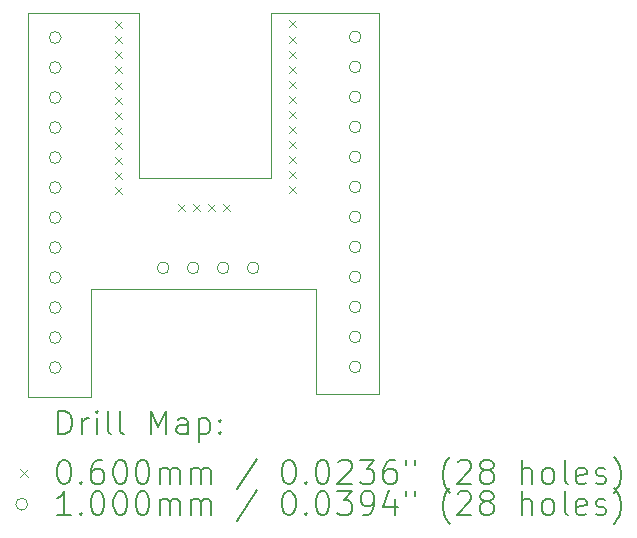
<source format=gbr>
%TF.GenerationSoftware,KiCad,Pcbnew,7.0.10*%
%TF.CreationDate,2024-05-25T00:15:14+05:30*%
%TF.ProjectId,bb-adaptor-V1,62622d61-6461-4707-946f-722d56312e6b,rev?*%
%TF.SameCoordinates,Original*%
%TF.FileFunction,Drillmap*%
%TF.FilePolarity,Positive*%
%FSLAX45Y45*%
G04 Gerber Fmt 4.5, Leading zero omitted, Abs format (unit mm)*
G04 Created by KiCad (PCBNEW 7.0.10) date 2024-05-25 00:15:14*
%MOMM*%
%LPD*%
G01*
G04 APERTURE LIST*
%ADD10C,0.100000*%
%ADD11C,0.200000*%
G04 APERTURE END LIST*
D10*
X14071600Y-10541000D02*
X14071600Y-7289800D01*
X14605000Y-10541000D02*
X14071600Y-10541000D01*
X17043400Y-7289800D02*
X17043400Y-10515600D01*
X16510000Y-9626600D02*
X14605000Y-9626600D01*
X15011400Y-8686800D02*
X16129000Y-8686800D01*
X14605000Y-9626600D02*
X14605000Y-10541000D01*
X16510000Y-10515600D02*
X16510000Y-9626600D01*
X17043400Y-10515600D02*
X16510000Y-10515600D01*
X16129000Y-8686800D02*
X16129000Y-7289800D01*
X16129000Y-7289800D02*
X17043400Y-7289800D01*
X14071600Y-7289800D02*
X15011400Y-7289800D01*
X15011400Y-7289800D02*
X15011400Y-8686800D01*
D11*
D10*
X14803600Y-7873400D02*
X14863600Y-7933400D01*
X14863600Y-7873400D02*
X14803600Y-7933400D01*
X14803600Y-8000400D02*
X14863600Y-8060400D01*
X14863600Y-8000400D02*
X14803600Y-8060400D01*
X14803600Y-8127400D02*
X14863600Y-8187400D01*
X14863600Y-8127400D02*
X14803600Y-8187400D01*
X14803600Y-8254400D02*
X14863600Y-8314400D01*
X14863600Y-8254400D02*
X14803600Y-8314400D01*
X14803600Y-8381400D02*
X14863600Y-8441400D01*
X14863600Y-8381400D02*
X14803600Y-8441400D01*
X14803600Y-8508400D02*
X14863600Y-8568400D01*
X14863600Y-8508400D02*
X14803600Y-8568400D01*
X14803600Y-8635400D02*
X14863600Y-8695400D01*
X14863600Y-8635400D02*
X14803600Y-8695400D01*
X14803600Y-8762400D02*
X14863600Y-8822400D01*
X14863600Y-8762400D02*
X14803600Y-8822400D01*
X14804600Y-7357400D02*
X14864600Y-7417400D01*
X14864600Y-7357400D02*
X14804600Y-7417400D01*
X14806600Y-7488400D02*
X14866600Y-7548400D01*
X14866600Y-7488400D02*
X14806600Y-7548400D01*
X14806600Y-7615400D02*
X14866600Y-7675400D01*
X14866600Y-7615400D02*
X14806600Y-7675400D01*
X14806600Y-7742400D02*
X14866600Y-7802400D01*
X14866600Y-7742400D02*
X14806600Y-7802400D01*
X15337000Y-8910800D02*
X15397000Y-8970800D01*
X15397000Y-8910800D02*
X15337000Y-8970800D01*
X15464000Y-8910800D02*
X15524000Y-8970800D01*
X15524000Y-8910800D02*
X15464000Y-8970800D01*
X15591000Y-8910800D02*
X15651000Y-8970800D01*
X15651000Y-8910800D02*
X15591000Y-8970800D01*
X15718000Y-8910800D02*
X15778000Y-8970800D01*
X15778000Y-8910800D02*
X15718000Y-8970800D01*
X16276800Y-7869400D02*
X16336800Y-7929400D01*
X16336800Y-7869400D02*
X16276800Y-7929400D01*
X16276800Y-7996400D02*
X16336800Y-8056400D01*
X16336800Y-7996400D02*
X16276800Y-8056400D01*
X16276800Y-8123400D02*
X16336800Y-8183400D01*
X16336800Y-8123400D02*
X16276800Y-8183400D01*
X16276800Y-8250400D02*
X16336800Y-8310400D01*
X16336800Y-8250400D02*
X16276800Y-8310400D01*
X16276800Y-8377400D02*
X16336800Y-8437400D01*
X16336800Y-8377400D02*
X16276800Y-8437400D01*
X16276800Y-8504400D02*
X16336800Y-8564400D01*
X16336800Y-8504400D02*
X16276800Y-8564400D01*
X16276800Y-8631400D02*
X16336800Y-8691400D01*
X16336800Y-8631400D02*
X16276800Y-8691400D01*
X16276800Y-8758400D02*
X16336800Y-8818400D01*
X16336800Y-8758400D02*
X16276800Y-8818400D01*
X16277800Y-7353400D02*
X16337800Y-7413400D01*
X16337800Y-7353400D02*
X16277800Y-7413400D01*
X16279800Y-7484400D02*
X16339800Y-7544400D01*
X16339800Y-7484400D02*
X16279800Y-7544400D01*
X16279800Y-7611400D02*
X16339800Y-7671400D01*
X16339800Y-7611400D02*
X16279800Y-7671400D01*
X16279800Y-7738400D02*
X16339800Y-7798400D01*
X16339800Y-7738400D02*
X16279800Y-7798400D01*
X14350200Y-7499000D02*
G75*
G03*
X14250200Y-7499000I-50000J0D01*
G01*
X14250200Y-7499000D02*
G75*
G03*
X14350200Y-7499000I50000J0D01*
G01*
X14350200Y-7753000D02*
G75*
G03*
X14250200Y-7753000I-50000J0D01*
G01*
X14250200Y-7753000D02*
G75*
G03*
X14350200Y-7753000I50000J0D01*
G01*
X14350200Y-8007000D02*
G75*
G03*
X14250200Y-8007000I-50000J0D01*
G01*
X14250200Y-8007000D02*
G75*
G03*
X14350200Y-8007000I50000J0D01*
G01*
X14350200Y-8261000D02*
G75*
G03*
X14250200Y-8261000I-50000J0D01*
G01*
X14250200Y-8261000D02*
G75*
G03*
X14350200Y-8261000I50000J0D01*
G01*
X14350200Y-8515000D02*
G75*
G03*
X14250200Y-8515000I-50000J0D01*
G01*
X14250200Y-8515000D02*
G75*
G03*
X14350200Y-8515000I50000J0D01*
G01*
X14350200Y-8769000D02*
G75*
G03*
X14250200Y-8769000I-50000J0D01*
G01*
X14250200Y-8769000D02*
G75*
G03*
X14350200Y-8769000I50000J0D01*
G01*
X14350200Y-9023000D02*
G75*
G03*
X14250200Y-9023000I-50000J0D01*
G01*
X14250200Y-9023000D02*
G75*
G03*
X14350200Y-9023000I50000J0D01*
G01*
X14350200Y-9277000D02*
G75*
G03*
X14250200Y-9277000I-50000J0D01*
G01*
X14250200Y-9277000D02*
G75*
G03*
X14350200Y-9277000I50000J0D01*
G01*
X14350200Y-9531000D02*
G75*
G03*
X14250200Y-9531000I-50000J0D01*
G01*
X14250200Y-9531000D02*
G75*
G03*
X14350200Y-9531000I50000J0D01*
G01*
X14350200Y-9785000D02*
G75*
G03*
X14250200Y-9785000I-50000J0D01*
G01*
X14250200Y-9785000D02*
G75*
G03*
X14350200Y-9785000I50000J0D01*
G01*
X14350200Y-10039000D02*
G75*
G03*
X14250200Y-10039000I-50000J0D01*
G01*
X14250200Y-10039000D02*
G75*
G03*
X14350200Y-10039000I50000J0D01*
G01*
X14350200Y-10293000D02*
G75*
G03*
X14250200Y-10293000I-50000J0D01*
G01*
X14250200Y-10293000D02*
G75*
G03*
X14350200Y-10293000I50000J0D01*
G01*
X15264600Y-9448800D02*
G75*
G03*
X15164600Y-9448800I-50000J0D01*
G01*
X15164600Y-9448800D02*
G75*
G03*
X15264600Y-9448800I50000J0D01*
G01*
X15518600Y-9448800D02*
G75*
G03*
X15418600Y-9448800I-50000J0D01*
G01*
X15418600Y-9448800D02*
G75*
G03*
X15518600Y-9448800I50000J0D01*
G01*
X15772600Y-9448800D02*
G75*
G03*
X15672600Y-9448800I-50000J0D01*
G01*
X15672600Y-9448800D02*
G75*
G03*
X15772600Y-9448800I50000J0D01*
G01*
X16026600Y-9448800D02*
G75*
G03*
X15926600Y-9448800I-50000J0D01*
G01*
X15926600Y-9448800D02*
G75*
G03*
X16026600Y-9448800I50000J0D01*
G01*
X16890200Y-7493000D02*
G75*
G03*
X16790200Y-7493000I-50000J0D01*
G01*
X16790200Y-7493000D02*
G75*
G03*
X16890200Y-7493000I50000J0D01*
G01*
X16890200Y-7747000D02*
G75*
G03*
X16790200Y-7747000I-50000J0D01*
G01*
X16790200Y-7747000D02*
G75*
G03*
X16890200Y-7747000I50000J0D01*
G01*
X16890200Y-8001000D02*
G75*
G03*
X16790200Y-8001000I-50000J0D01*
G01*
X16790200Y-8001000D02*
G75*
G03*
X16890200Y-8001000I50000J0D01*
G01*
X16890200Y-8255000D02*
G75*
G03*
X16790200Y-8255000I-50000J0D01*
G01*
X16790200Y-8255000D02*
G75*
G03*
X16890200Y-8255000I50000J0D01*
G01*
X16890200Y-8509000D02*
G75*
G03*
X16790200Y-8509000I-50000J0D01*
G01*
X16790200Y-8509000D02*
G75*
G03*
X16890200Y-8509000I50000J0D01*
G01*
X16890200Y-8763000D02*
G75*
G03*
X16790200Y-8763000I-50000J0D01*
G01*
X16790200Y-8763000D02*
G75*
G03*
X16890200Y-8763000I50000J0D01*
G01*
X16890200Y-9017000D02*
G75*
G03*
X16790200Y-9017000I-50000J0D01*
G01*
X16790200Y-9017000D02*
G75*
G03*
X16890200Y-9017000I50000J0D01*
G01*
X16890200Y-9271000D02*
G75*
G03*
X16790200Y-9271000I-50000J0D01*
G01*
X16790200Y-9271000D02*
G75*
G03*
X16890200Y-9271000I50000J0D01*
G01*
X16890200Y-9525000D02*
G75*
G03*
X16790200Y-9525000I-50000J0D01*
G01*
X16790200Y-9525000D02*
G75*
G03*
X16890200Y-9525000I50000J0D01*
G01*
X16890200Y-9779000D02*
G75*
G03*
X16790200Y-9779000I-50000J0D01*
G01*
X16790200Y-9779000D02*
G75*
G03*
X16890200Y-9779000I50000J0D01*
G01*
X16890200Y-10033000D02*
G75*
G03*
X16790200Y-10033000I-50000J0D01*
G01*
X16790200Y-10033000D02*
G75*
G03*
X16890200Y-10033000I50000J0D01*
G01*
X16890200Y-10287000D02*
G75*
G03*
X16790200Y-10287000I-50000J0D01*
G01*
X16790200Y-10287000D02*
G75*
G03*
X16890200Y-10287000I50000J0D01*
G01*
D11*
X14327377Y-10857484D02*
X14327377Y-10657484D01*
X14327377Y-10657484D02*
X14374996Y-10657484D01*
X14374996Y-10657484D02*
X14403567Y-10667008D01*
X14403567Y-10667008D02*
X14422615Y-10686055D01*
X14422615Y-10686055D02*
X14432139Y-10705103D01*
X14432139Y-10705103D02*
X14441662Y-10743198D01*
X14441662Y-10743198D02*
X14441662Y-10771770D01*
X14441662Y-10771770D02*
X14432139Y-10809865D01*
X14432139Y-10809865D02*
X14422615Y-10828912D01*
X14422615Y-10828912D02*
X14403567Y-10847960D01*
X14403567Y-10847960D02*
X14374996Y-10857484D01*
X14374996Y-10857484D02*
X14327377Y-10857484D01*
X14527377Y-10857484D02*
X14527377Y-10724150D01*
X14527377Y-10762246D02*
X14536901Y-10743198D01*
X14536901Y-10743198D02*
X14546424Y-10733674D01*
X14546424Y-10733674D02*
X14565472Y-10724150D01*
X14565472Y-10724150D02*
X14584520Y-10724150D01*
X14651186Y-10857484D02*
X14651186Y-10724150D01*
X14651186Y-10657484D02*
X14641662Y-10667008D01*
X14641662Y-10667008D02*
X14651186Y-10676531D01*
X14651186Y-10676531D02*
X14660710Y-10667008D01*
X14660710Y-10667008D02*
X14651186Y-10657484D01*
X14651186Y-10657484D02*
X14651186Y-10676531D01*
X14774996Y-10857484D02*
X14755948Y-10847960D01*
X14755948Y-10847960D02*
X14746424Y-10828912D01*
X14746424Y-10828912D02*
X14746424Y-10657484D01*
X14879758Y-10857484D02*
X14860710Y-10847960D01*
X14860710Y-10847960D02*
X14851186Y-10828912D01*
X14851186Y-10828912D02*
X14851186Y-10657484D01*
X15108329Y-10857484D02*
X15108329Y-10657484D01*
X15108329Y-10657484D02*
X15174996Y-10800341D01*
X15174996Y-10800341D02*
X15241662Y-10657484D01*
X15241662Y-10657484D02*
X15241662Y-10857484D01*
X15422615Y-10857484D02*
X15422615Y-10752722D01*
X15422615Y-10752722D02*
X15413091Y-10733674D01*
X15413091Y-10733674D02*
X15394043Y-10724150D01*
X15394043Y-10724150D02*
X15355948Y-10724150D01*
X15355948Y-10724150D02*
X15336901Y-10733674D01*
X15422615Y-10847960D02*
X15403567Y-10857484D01*
X15403567Y-10857484D02*
X15355948Y-10857484D01*
X15355948Y-10857484D02*
X15336901Y-10847960D01*
X15336901Y-10847960D02*
X15327377Y-10828912D01*
X15327377Y-10828912D02*
X15327377Y-10809865D01*
X15327377Y-10809865D02*
X15336901Y-10790817D01*
X15336901Y-10790817D02*
X15355948Y-10781293D01*
X15355948Y-10781293D02*
X15403567Y-10781293D01*
X15403567Y-10781293D02*
X15422615Y-10771770D01*
X15517853Y-10724150D02*
X15517853Y-10924150D01*
X15517853Y-10733674D02*
X15536901Y-10724150D01*
X15536901Y-10724150D02*
X15574996Y-10724150D01*
X15574996Y-10724150D02*
X15594043Y-10733674D01*
X15594043Y-10733674D02*
X15603567Y-10743198D01*
X15603567Y-10743198D02*
X15613091Y-10762246D01*
X15613091Y-10762246D02*
X15613091Y-10819389D01*
X15613091Y-10819389D02*
X15603567Y-10838436D01*
X15603567Y-10838436D02*
X15594043Y-10847960D01*
X15594043Y-10847960D02*
X15574996Y-10857484D01*
X15574996Y-10857484D02*
X15536901Y-10857484D01*
X15536901Y-10857484D02*
X15517853Y-10847960D01*
X15698805Y-10838436D02*
X15708329Y-10847960D01*
X15708329Y-10847960D02*
X15698805Y-10857484D01*
X15698805Y-10857484D02*
X15689282Y-10847960D01*
X15689282Y-10847960D02*
X15698805Y-10838436D01*
X15698805Y-10838436D02*
X15698805Y-10857484D01*
X15698805Y-10733674D02*
X15708329Y-10743198D01*
X15708329Y-10743198D02*
X15698805Y-10752722D01*
X15698805Y-10752722D02*
X15689282Y-10743198D01*
X15689282Y-10743198D02*
X15698805Y-10733674D01*
X15698805Y-10733674D02*
X15698805Y-10752722D01*
D10*
X14006600Y-11156000D02*
X14066600Y-11216000D01*
X14066600Y-11156000D02*
X14006600Y-11216000D01*
D11*
X14365472Y-11077484D02*
X14384520Y-11077484D01*
X14384520Y-11077484D02*
X14403567Y-11087008D01*
X14403567Y-11087008D02*
X14413091Y-11096531D01*
X14413091Y-11096531D02*
X14422615Y-11115579D01*
X14422615Y-11115579D02*
X14432139Y-11153674D01*
X14432139Y-11153674D02*
X14432139Y-11201293D01*
X14432139Y-11201293D02*
X14422615Y-11239388D01*
X14422615Y-11239388D02*
X14413091Y-11258436D01*
X14413091Y-11258436D02*
X14403567Y-11267960D01*
X14403567Y-11267960D02*
X14384520Y-11277484D01*
X14384520Y-11277484D02*
X14365472Y-11277484D01*
X14365472Y-11277484D02*
X14346424Y-11267960D01*
X14346424Y-11267960D02*
X14336901Y-11258436D01*
X14336901Y-11258436D02*
X14327377Y-11239388D01*
X14327377Y-11239388D02*
X14317853Y-11201293D01*
X14317853Y-11201293D02*
X14317853Y-11153674D01*
X14317853Y-11153674D02*
X14327377Y-11115579D01*
X14327377Y-11115579D02*
X14336901Y-11096531D01*
X14336901Y-11096531D02*
X14346424Y-11087008D01*
X14346424Y-11087008D02*
X14365472Y-11077484D01*
X14517853Y-11258436D02*
X14527377Y-11267960D01*
X14527377Y-11267960D02*
X14517853Y-11277484D01*
X14517853Y-11277484D02*
X14508329Y-11267960D01*
X14508329Y-11267960D02*
X14517853Y-11258436D01*
X14517853Y-11258436D02*
X14517853Y-11277484D01*
X14698805Y-11077484D02*
X14660710Y-11077484D01*
X14660710Y-11077484D02*
X14641662Y-11087008D01*
X14641662Y-11087008D02*
X14632139Y-11096531D01*
X14632139Y-11096531D02*
X14613091Y-11125103D01*
X14613091Y-11125103D02*
X14603567Y-11163198D01*
X14603567Y-11163198D02*
X14603567Y-11239388D01*
X14603567Y-11239388D02*
X14613091Y-11258436D01*
X14613091Y-11258436D02*
X14622615Y-11267960D01*
X14622615Y-11267960D02*
X14641662Y-11277484D01*
X14641662Y-11277484D02*
X14679758Y-11277484D01*
X14679758Y-11277484D02*
X14698805Y-11267960D01*
X14698805Y-11267960D02*
X14708329Y-11258436D01*
X14708329Y-11258436D02*
X14717853Y-11239388D01*
X14717853Y-11239388D02*
X14717853Y-11191769D01*
X14717853Y-11191769D02*
X14708329Y-11172722D01*
X14708329Y-11172722D02*
X14698805Y-11163198D01*
X14698805Y-11163198D02*
X14679758Y-11153674D01*
X14679758Y-11153674D02*
X14641662Y-11153674D01*
X14641662Y-11153674D02*
X14622615Y-11163198D01*
X14622615Y-11163198D02*
X14613091Y-11172722D01*
X14613091Y-11172722D02*
X14603567Y-11191769D01*
X14841662Y-11077484D02*
X14860710Y-11077484D01*
X14860710Y-11077484D02*
X14879758Y-11087008D01*
X14879758Y-11087008D02*
X14889282Y-11096531D01*
X14889282Y-11096531D02*
X14898805Y-11115579D01*
X14898805Y-11115579D02*
X14908329Y-11153674D01*
X14908329Y-11153674D02*
X14908329Y-11201293D01*
X14908329Y-11201293D02*
X14898805Y-11239388D01*
X14898805Y-11239388D02*
X14889282Y-11258436D01*
X14889282Y-11258436D02*
X14879758Y-11267960D01*
X14879758Y-11267960D02*
X14860710Y-11277484D01*
X14860710Y-11277484D02*
X14841662Y-11277484D01*
X14841662Y-11277484D02*
X14822615Y-11267960D01*
X14822615Y-11267960D02*
X14813091Y-11258436D01*
X14813091Y-11258436D02*
X14803567Y-11239388D01*
X14803567Y-11239388D02*
X14794043Y-11201293D01*
X14794043Y-11201293D02*
X14794043Y-11153674D01*
X14794043Y-11153674D02*
X14803567Y-11115579D01*
X14803567Y-11115579D02*
X14813091Y-11096531D01*
X14813091Y-11096531D02*
X14822615Y-11087008D01*
X14822615Y-11087008D02*
X14841662Y-11077484D01*
X15032139Y-11077484D02*
X15051186Y-11077484D01*
X15051186Y-11077484D02*
X15070234Y-11087008D01*
X15070234Y-11087008D02*
X15079758Y-11096531D01*
X15079758Y-11096531D02*
X15089282Y-11115579D01*
X15089282Y-11115579D02*
X15098805Y-11153674D01*
X15098805Y-11153674D02*
X15098805Y-11201293D01*
X15098805Y-11201293D02*
X15089282Y-11239388D01*
X15089282Y-11239388D02*
X15079758Y-11258436D01*
X15079758Y-11258436D02*
X15070234Y-11267960D01*
X15070234Y-11267960D02*
X15051186Y-11277484D01*
X15051186Y-11277484D02*
X15032139Y-11277484D01*
X15032139Y-11277484D02*
X15013091Y-11267960D01*
X15013091Y-11267960D02*
X15003567Y-11258436D01*
X15003567Y-11258436D02*
X14994043Y-11239388D01*
X14994043Y-11239388D02*
X14984520Y-11201293D01*
X14984520Y-11201293D02*
X14984520Y-11153674D01*
X14984520Y-11153674D02*
X14994043Y-11115579D01*
X14994043Y-11115579D02*
X15003567Y-11096531D01*
X15003567Y-11096531D02*
X15013091Y-11087008D01*
X15013091Y-11087008D02*
X15032139Y-11077484D01*
X15184520Y-11277484D02*
X15184520Y-11144150D01*
X15184520Y-11163198D02*
X15194043Y-11153674D01*
X15194043Y-11153674D02*
X15213091Y-11144150D01*
X15213091Y-11144150D02*
X15241663Y-11144150D01*
X15241663Y-11144150D02*
X15260710Y-11153674D01*
X15260710Y-11153674D02*
X15270234Y-11172722D01*
X15270234Y-11172722D02*
X15270234Y-11277484D01*
X15270234Y-11172722D02*
X15279758Y-11153674D01*
X15279758Y-11153674D02*
X15298805Y-11144150D01*
X15298805Y-11144150D02*
X15327377Y-11144150D01*
X15327377Y-11144150D02*
X15346424Y-11153674D01*
X15346424Y-11153674D02*
X15355948Y-11172722D01*
X15355948Y-11172722D02*
X15355948Y-11277484D01*
X15451186Y-11277484D02*
X15451186Y-11144150D01*
X15451186Y-11163198D02*
X15460710Y-11153674D01*
X15460710Y-11153674D02*
X15479758Y-11144150D01*
X15479758Y-11144150D02*
X15508329Y-11144150D01*
X15508329Y-11144150D02*
X15527377Y-11153674D01*
X15527377Y-11153674D02*
X15536901Y-11172722D01*
X15536901Y-11172722D02*
X15536901Y-11277484D01*
X15536901Y-11172722D02*
X15546424Y-11153674D01*
X15546424Y-11153674D02*
X15565472Y-11144150D01*
X15565472Y-11144150D02*
X15594043Y-11144150D01*
X15594043Y-11144150D02*
X15613091Y-11153674D01*
X15613091Y-11153674D02*
X15622615Y-11172722D01*
X15622615Y-11172722D02*
X15622615Y-11277484D01*
X16013091Y-11067960D02*
X15841663Y-11325103D01*
X16270234Y-11077484D02*
X16289282Y-11077484D01*
X16289282Y-11077484D02*
X16308329Y-11087008D01*
X16308329Y-11087008D02*
X16317853Y-11096531D01*
X16317853Y-11096531D02*
X16327377Y-11115579D01*
X16327377Y-11115579D02*
X16336901Y-11153674D01*
X16336901Y-11153674D02*
X16336901Y-11201293D01*
X16336901Y-11201293D02*
X16327377Y-11239388D01*
X16327377Y-11239388D02*
X16317853Y-11258436D01*
X16317853Y-11258436D02*
X16308329Y-11267960D01*
X16308329Y-11267960D02*
X16289282Y-11277484D01*
X16289282Y-11277484D02*
X16270234Y-11277484D01*
X16270234Y-11277484D02*
X16251186Y-11267960D01*
X16251186Y-11267960D02*
X16241663Y-11258436D01*
X16241663Y-11258436D02*
X16232139Y-11239388D01*
X16232139Y-11239388D02*
X16222615Y-11201293D01*
X16222615Y-11201293D02*
X16222615Y-11153674D01*
X16222615Y-11153674D02*
X16232139Y-11115579D01*
X16232139Y-11115579D02*
X16241663Y-11096531D01*
X16241663Y-11096531D02*
X16251186Y-11087008D01*
X16251186Y-11087008D02*
X16270234Y-11077484D01*
X16422615Y-11258436D02*
X16432139Y-11267960D01*
X16432139Y-11267960D02*
X16422615Y-11277484D01*
X16422615Y-11277484D02*
X16413091Y-11267960D01*
X16413091Y-11267960D02*
X16422615Y-11258436D01*
X16422615Y-11258436D02*
X16422615Y-11277484D01*
X16555948Y-11077484D02*
X16574996Y-11077484D01*
X16574996Y-11077484D02*
X16594044Y-11087008D01*
X16594044Y-11087008D02*
X16603567Y-11096531D01*
X16603567Y-11096531D02*
X16613091Y-11115579D01*
X16613091Y-11115579D02*
X16622615Y-11153674D01*
X16622615Y-11153674D02*
X16622615Y-11201293D01*
X16622615Y-11201293D02*
X16613091Y-11239388D01*
X16613091Y-11239388D02*
X16603567Y-11258436D01*
X16603567Y-11258436D02*
X16594044Y-11267960D01*
X16594044Y-11267960D02*
X16574996Y-11277484D01*
X16574996Y-11277484D02*
X16555948Y-11277484D01*
X16555948Y-11277484D02*
X16536901Y-11267960D01*
X16536901Y-11267960D02*
X16527377Y-11258436D01*
X16527377Y-11258436D02*
X16517853Y-11239388D01*
X16517853Y-11239388D02*
X16508329Y-11201293D01*
X16508329Y-11201293D02*
X16508329Y-11153674D01*
X16508329Y-11153674D02*
X16517853Y-11115579D01*
X16517853Y-11115579D02*
X16527377Y-11096531D01*
X16527377Y-11096531D02*
X16536901Y-11087008D01*
X16536901Y-11087008D02*
X16555948Y-11077484D01*
X16698806Y-11096531D02*
X16708329Y-11087008D01*
X16708329Y-11087008D02*
X16727377Y-11077484D01*
X16727377Y-11077484D02*
X16774996Y-11077484D01*
X16774996Y-11077484D02*
X16794044Y-11087008D01*
X16794044Y-11087008D02*
X16803568Y-11096531D01*
X16803568Y-11096531D02*
X16813091Y-11115579D01*
X16813091Y-11115579D02*
X16813091Y-11134627D01*
X16813091Y-11134627D02*
X16803568Y-11163198D01*
X16803568Y-11163198D02*
X16689282Y-11277484D01*
X16689282Y-11277484D02*
X16813091Y-11277484D01*
X16879758Y-11077484D02*
X17003568Y-11077484D01*
X17003568Y-11077484D02*
X16936901Y-11153674D01*
X16936901Y-11153674D02*
X16965472Y-11153674D01*
X16965472Y-11153674D02*
X16984520Y-11163198D01*
X16984520Y-11163198D02*
X16994044Y-11172722D01*
X16994044Y-11172722D02*
X17003568Y-11191769D01*
X17003568Y-11191769D02*
X17003568Y-11239388D01*
X17003568Y-11239388D02*
X16994044Y-11258436D01*
X16994044Y-11258436D02*
X16984520Y-11267960D01*
X16984520Y-11267960D02*
X16965472Y-11277484D01*
X16965472Y-11277484D02*
X16908329Y-11277484D01*
X16908329Y-11277484D02*
X16889282Y-11267960D01*
X16889282Y-11267960D02*
X16879758Y-11258436D01*
X17174996Y-11077484D02*
X17136901Y-11077484D01*
X17136901Y-11077484D02*
X17117853Y-11087008D01*
X17117853Y-11087008D02*
X17108329Y-11096531D01*
X17108329Y-11096531D02*
X17089282Y-11125103D01*
X17089282Y-11125103D02*
X17079758Y-11163198D01*
X17079758Y-11163198D02*
X17079758Y-11239388D01*
X17079758Y-11239388D02*
X17089282Y-11258436D01*
X17089282Y-11258436D02*
X17098806Y-11267960D01*
X17098806Y-11267960D02*
X17117853Y-11277484D01*
X17117853Y-11277484D02*
X17155949Y-11277484D01*
X17155949Y-11277484D02*
X17174996Y-11267960D01*
X17174996Y-11267960D02*
X17184520Y-11258436D01*
X17184520Y-11258436D02*
X17194044Y-11239388D01*
X17194044Y-11239388D02*
X17194044Y-11191769D01*
X17194044Y-11191769D02*
X17184520Y-11172722D01*
X17184520Y-11172722D02*
X17174996Y-11163198D01*
X17174996Y-11163198D02*
X17155949Y-11153674D01*
X17155949Y-11153674D02*
X17117853Y-11153674D01*
X17117853Y-11153674D02*
X17098806Y-11163198D01*
X17098806Y-11163198D02*
X17089282Y-11172722D01*
X17089282Y-11172722D02*
X17079758Y-11191769D01*
X17270234Y-11077484D02*
X17270234Y-11115579D01*
X17346425Y-11077484D02*
X17346425Y-11115579D01*
X17641663Y-11353674D02*
X17632139Y-11344150D01*
X17632139Y-11344150D02*
X17613091Y-11315579D01*
X17613091Y-11315579D02*
X17603568Y-11296531D01*
X17603568Y-11296531D02*
X17594044Y-11267960D01*
X17594044Y-11267960D02*
X17584520Y-11220341D01*
X17584520Y-11220341D02*
X17584520Y-11182246D01*
X17584520Y-11182246D02*
X17594044Y-11134627D01*
X17594044Y-11134627D02*
X17603568Y-11106055D01*
X17603568Y-11106055D02*
X17613091Y-11087008D01*
X17613091Y-11087008D02*
X17632139Y-11058436D01*
X17632139Y-11058436D02*
X17641663Y-11048912D01*
X17708330Y-11096531D02*
X17717853Y-11087008D01*
X17717853Y-11087008D02*
X17736901Y-11077484D01*
X17736901Y-11077484D02*
X17784520Y-11077484D01*
X17784520Y-11077484D02*
X17803568Y-11087008D01*
X17803568Y-11087008D02*
X17813091Y-11096531D01*
X17813091Y-11096531D02*
X17822615Y-11115579D01*
X17822615Y-11115579D02*
X17822615Y-11134627D01*
X17822615Y-11134627D02*
X17813091Y-11163198D01*
X17813091Y-11163198D02*
X17698806Y-11277484D01*
X17698806Y-11277484D02*
X17822615Y-11277484D01*
X17936901Y-11163198D02*
X17917853Y-11153674D01*
X17917853Y-11153674D02*
X17908330Y-11144150D01*
X17908330Y-11144150D02*
X17898806Y-11125103D01*
X17898806Y-11125103D02*
X17898806Y-11115579D01*
X17898806Y-11115579D02*
X17908330Y-11096531D01*
X17908330Y-11096531D02*
X17917853Y-11087008D01*
X17917853Y-11087008D02*
X17936901Y-11077484D01*
X17936901Y-11077484D02*
X17974996Y-11077484D01*
X17974996Y-11077484D02*
X17994044Y-11087008D01*
X17994044Y-11087008D02*
X18003568Y-11096531D01*
X18003568Y-11096531D02*
X18013091Y-11115579D01*
X18013091Y-11115579D02*
X18013091Y-11125103D01*
X18013091Y-11125103D02*
X18003568Y-11144150D01*
X18003568Y-11144150D02*
X17994044Y-11153674D01*
X17994044Y-11153674D02*
X17974996Y-11163198D01*
X17974996Y-11163198D02*
X17936901Y-11163198D01*
X17936901Y-11163198D02*
X17917853Y-11172722D01*
X17917853Y-11172722D02*
X17908330Y-11182246D01*
X17908330Y-11182246D02*
X17898806Y-11201293D01*
X17898806Y-11201293D02*
X17898806Y-11239388D01*
X17898806Y-11239388D02*
X17908330Y-11258436D01*
X17908330Y-11258436D02*
X17917853Y-11267960D01*
X17917853Y-11267960D02*
X17936901Y-11277484D01*
X17936901Y-11277484D02*
X17974996Y-11277484D01*
X17974996Y-11277484D02*
X17994044Y-11267960D01*
X17994044Y-11267960D02*
X18003568Y-11258436D01*
X18003568Y-11258436D02*
X18013091Y-11239388D01*
X18013091Y-11239388D02*
X18013091Y-11201293D01*
X18013091Y-11201293D02*
X18003568Y-11182246D01*
X18003568Y-11182246D02*
X17994044Y-11172722D01*
X17994044Y-11172722D02*
X17974996Y-11163198D01*
X18251187Y-11277484D02*
X18251187Y-11077484D01*
X18336901Y-11277484D02*
X18336901Y-11172722D01*
X18336901Y-11172722D02*
X18327377Y-11153674D01*
X18327377Y-11153674D02*
X18308330Y-11144150D01*
X18308330Y-11144150D02*
X18279758Y-11144150D01*
X18279758Y-11144150D02*
X18260711Y-11153674D01*
X18260711Y-11153674D02*
X18251187Y-11163198D01*
X18460711Y-11277484D02*
X18441663Y-11267960D01*
X18441663Y-11267960D02*
X18432139Y-11258436D01*
X18432139Y-11258436D02*
X18422615Y-11239388D01*
X18422615Y-11239388D02*
X18422615Y-11182246D01*
X18422615Y-11182246D02*
X18432139Y-11163198D01*
X18432139Y-11163198D02*
X18441663Y-11153674D01*
X18441663Y-11153674D02*
X18460711Y-11144150D01*
X18460711Y-11144150D02*
X18489282Y-11144150D01*
X18489282Y-11144150D02*
X18508330Y-11153674D01*
X18508330Y-11153674D02*
X18517853Y-11163198D01*
X18517853Y-11163198D02*
X18527377Y-11182246D01*
X18527377Y-11182246D02*
X18527377Y-11239388D01*
X18527377Y-11239388D02*
X18517853Y-11258436D01*
X18517853Y-11258436D02*
X18508330Y-11267960D01*
X18508330Y-11267960D02*
X18489282Y-11277484D01*
X18489282Y-11277484D02*
X18460711Y-11277484D01*
X18641663Y-11277484D02*
X18622615Y-11267960D01*
X18622615Y-11267960D02*
X18613092Y-11248912D01*
X18613092Y-11248912D02*
X18613092Y-11077484D01*
X18794044Y-11267960D02*
X18774996Y-11277484D01*
X18774996Y-11277484D02*
X18736901Y-11277484D01*
X18736901Y-11277484D02*
X18717853Y-11267960D01*
X18717853Y-11267960D02*
X18708330Y-11248912D01*
X18708330Y-11248912D02*
X18708330Y-11172722D01*
X18708330Y-11172722D02*
X18717853Y-11153674D01*
X18717853Y-11153674D02*
X18736901Y-11144150D01*
X18736901Y-11144150D02*
X18774996Y-11144150D01*
X18774996Y-11144150D02*
X18794044Y-11153674D01*
X18794044Y-11153674D02*
X18803568Y-11172722D01*
X18803568Y-11172722D02*
X18803568Y-11191769D01*
X18803568Y-11191769D02*
X18708330Y-11210817D01*
X18879758Y-11267960D02*
X18898806Y-11277484D01*
X18898806Y-11277484D02*
X18936901Y-11277484D01*
X18936901Y-11277484D02*
X18955949Y-11267960D01*
X18955949Y-11267960D02*
X18965473Y-11248912D01*
X18965473Y-11248912D02*
X18965473Y-11239388D01*
X18965473Y-11239388D02*
X18955949Y-11220341D01*
X18955949Y-11220341D02*
X18936901Y-11210817D01*
X18936901Y-11210817D02*
X18908330Y-11210817D01*
X18908330Y-11210817D02*
X18889282Y-11201293D01*
X18889282Y-11201293D02*
X18879758Y-11182246D01*
X18879758Y-11182246D02*
X18879758Y-11172722D01*
X18879758Y-11172722D02*
X18889282Y-11153674D01*
X18889282Y-11153674D02*
X18908330Y-11144150D01*
X18908330Y-11144150D02*
X18936901Y-11144150D01*
X18936901Y-11144150D02*
X18955949Y-11153674D01*
X19032139Y-11353674D02*
X19041663Y-11344150D01*
X19041663Y-11344150D02*
X19060711Y-11315579D01*
X19060711Y-11315579D02*
X19070234Y-11296531D01*
X19070234Y-11296531D02*
X19079758Y-11267960D01*
X19079758Y-11267960D02*
X19089282Y-11220341D01*
X19089282Y-11220341D02*
X19089282Y-11182246D01*
X19089282Y-11182246D02*
X19079758Y-11134627D01*
X19079758Y-11134627D02*
X19070234Y-11106055D01*
X19070234Y-11106055D02*
X19060711Y-11087008D01*
X19060711Y-11087008D02*
X19041663Y-11058436D01*
X19041663Y-11058436D02*
X19032139Y-11048912D01*
D10*
X14066600Y-11450000D02*
G75*
G03*
X13966600Y-11450000I-50000J0D01*
G01*
X13966600Y-11450000D02*
G75*
G03*
X14066600Y-11450000I50000J0D01*
G01*
D11*
X14432139Y-11541484D02*
X14317853Y-11541484D01*
X14374996Y-11541484D02*
X14374996Y-11341484D01*
X14374996Y-11341484D02*
X14355948Y-11370055D01*
X14355948Y-11370055D02*
X14336901Y-11389103D01*
X14336901Y-11389103D02*
X14317853Y-11398627D01*
X14517853Y-11522436D02*
X14527377Y-11531960D01*
X14527377Y-11531960D02*
X14517853Y-11541484D01*
X14517853Y-11541484D02*
X14508329Y-11531960D01*
X14508329Y-11531960D02*
X14517853Y-11522436D01*
X14517853Y-11522436D02*
X14517853Y-11541484D01*
X14651186Y-11341484D02*
X14670234Y-11341484D01*
X14670234Y-11341484D02*
X14689282Y-11351008D01*
X14689282Y-11351008D02*
X14698805Y-11360531D01*
X14698805Y-11360531D02*
X14708329Y-11379579D01*
X14708329Y-11379579D02*
X14717853Y-11417674D01*
X14717853Y-11417674D02*
X14717853Y-11465293D01*
X14717853Y-11465293D02*
X14708329Y-11503388D01*
X14708329Y-11503388D02*
X14698805Y-11522436D01*
X14698805Y-11522436D02*
X14689282Y-11531960D01*
X14689282Y-11531960D02*
X14670234Y-11541484D01*
X14670234Y-11541484D02*
X14651186Y-11541484D01*
X14651186Y-11541484D02*
X14632139Y-11531960D01*
X14632139Y-11531960D02*
X14622615Y-11522436D01*
X14622615Y-11522436D02*
X14613091Y-11503388D01*
X14613091Y-11503388D02*
X14603567Y-11465293D01*
X14603567Y-11465293D02*
X14603567Y-11417674D01*
X14603567Y-11417674D02*
X14613091Y-11379579D01*
X14613091Y-11379579D02*
X14622615Y-11360531D01*
X14622615Y-11360531D02*
X14632139Y-11351008D01*
X14632139Y-11351008D02*
X14651186Y-11341484D01*
X14841662Y-11341484D02*
X14860710Y-11341484D01*
X14860710Y-11341484D02*
X14879758Y-11351008D01*
X14879758Y-11351008D02*
X14889282Y-11360531D01*
X14889282Y-11360531D02*
X14898805Y-11379579D01*
X14898805Y-11379579D02*
X14908329Y-11417674D01*
X14908329Y-11417674D02*
X14908329Y-11465293D01*
X14908329Y-11465293D02*
X14898805Y-11503388D01*
X14898805Y-11503388D02*
X14889282Y-11522436D01*
X14889282Y-11522436D02*
X14879758Y-11531960D01*
X14879758Y-11531960D02*
X14860710Y-11541484D01*
X14860710Y-11541484D02*
X14841662Y-11541484D01*
X14841662Y-11541484D02*
X14822615Y-11531960D01*
X14822615Y-11531960D02*
X14813091Y-11522436D01*
X14813091Y-11522436D02*
X14803567Y-11503388D01*
X14803567Y-11503388D02*
X14794043Y-11465293D01*
X14794043Y-11465293D02*
X14794043Y-11417674D01*
X14794043Y-11417674D02*
X14803567Y-11379579D01*
X14803567Y-11379579D02*
X14813091Y-11360531D01*
X14813091Y-11360531D02*
X14822615Y-11351008D01*
X14822615Y-11351008D02*
X14841662Y-11341484D01*
X15032139Y-11341484D02*
X15051186Y-11341484D01*
X15051186Y-11341484D02*
X15070234Y-11351008D01*
X15070234Y-11351008D02*
X15079758Y-11360531D01*
X15079758Y-11360531D02*
X15089282Y-11379579D01*
X15089282Y-11379579D02*
X15098805Y-11417674D01*
X15098805Y-11417674D02*
X15098805Y-11465293D01*
X15098805Y-11465293D02*
X15089282Y-11503388D01*
X15089282Y-11503388D02*
X15079758Y-11522436D01*
X15079758Y-11522436D02*
X15070234Y-11531960D01*
X15070234Y-11531960D02*
X15051186Y-11541484D01*
X15051186Y-11541484D02*
X15032139Y-11541484D01*
X15032139Y-11541484D02*
X15013091Y-11531960D01*
X15013091Y-11531960D02*
X15003567Y-11522436D01*
X15003567Y-11522436D02*
X14994043Y-11503388D01*
X14994043Y-11503388D02*
X14984520Y-11465293D01*
X14984520Y-11465293D02*
X14984520Y-11417674D01*
X14984520Y-11417674D02*
X14994043Y-11379579D01*
X14994043Y-11379579D02*
X15003567Y-11360531D01*
X15003567Y-11360531D02*
X15013091Y-11351008D01*
X15013091Y-11351008D02*
X15032139Y-11341484D01*
X15184520Y-11541484D02*
X15184520Y-11408150D01*
X15184520Y-11427198D02*
X15194043Y-11417674D01*
X15194043Y-11417674D02*
X15213091Y-11408150D01*
X15213091Y-11408150D02*
X15241663Y-11408150D01*
X15241663Y-11408150D02*
X15260710Y-11417674D01*
X15260710Y-11417674D02*
X15270234Y-11436722D01*
X15270234Y-11436722D02*
X15270234Y-11541484D01*
X15270234Y-11436722D02*
X15279758Y-11417674D01*
X15279758Y-11417674D02*
X15298805Y-11408150D01*
X15298805Y-11408150D02*
X15327377Y-11408150D01*
X15327377Y-11408150D02*
X15346424Y-11417674D01*
X15346424Y-11417674D02*
X15355948Y-11436722D01*
X15355948Y-11436722D02*
X15355948Y-11541484D01*
X15451186Y-11541484D02*
X15451186Y-11408150D01*
X15451186Y-11427198D02*
X15460710Y-11417674D01*
X15460710Y-11417674D02*
X15479758Y-11408150D01*
X15479758Y-11408150D02*
X15508329Y-11408150D01*
X15508329Y-11408150D02*
X15527377Y-11417674D01*
X15527377Y-11417674D02*
X15536901Y-11436722D01*
X15536901Y-11436722D02*
X15536901Y-11541484D01*
X15536901Y-11436722D02*
X15546424Y-11417674D01*
X15546424Y-11417674D02*
X15565472Y-11408150D01*
X15565472Y-11408150D02*
X15594043Y-11408150D01*
X15594043Y-11408150D02*
X15613091Y-11417674D01*
X15613091Y-11417674D02*
X15622615Y-11436722D01*
X15622615Y-11436722D02*
X15622615Y-11541484D01*
X16013091Y-11331960D02*
X15841663Y-11589103D01*
X16270234Y-11341484D02*
X16289282Y-11341484D01*
X16289282Y-11341484D02*
X16308329Y-11351008D01*
X16308329Y-11351008D02*
X16317853Y-11360531D01*
X16317853Y-11360531D02*
X16327377Y-11379579D01*
X16327377Y-11379579D02*
X16336901Y-11417674D01*
X16336901Y-11417674D02*
X16336901Y-11465293D01*
X16336901Y-11465293D02*
X16327377Y-11503388D01*
X16327377Y-11503388D02*
X16317853Y-11522436D01*
X16317853Y-11522436D02*
X16308329Y-11531960D01*
X16308329Y-11531960D02*
X16289282Y-11541484D01*
X16289282Y-11541484D02*
X16270234Y-11541484D01*
X16270234Y-11541484D02*
X16251186Y-11531960D01*
X16251186Y-11531960D02*
X16241663Y-11522436D01*
X16241663Y-11522436D02*
X16232139Y-11503388D01*
X16232139Y-11503388D02*
X16222615Y-11465293D01*
X16222615Y-11465293D02*
X16222615Y-11417674D01*
X16222615Y-11417674D02*
X16232139Y-11379579D01*
X16232139Y-11379579D02*
X16241663Y-11360531D01*
X16241663Y-11360531D02*
X16251186Y-11351008D01*
X16251186Y-11351008D02*
X16270234Y-11341484D01*
X16422615Y-11522436D02*
X16432139Y-11531960D01*
X16432139Y-11531960D02*
X16422615Y-11541484D01*
X16422615Y-11541484D02*
X16413091Y-11531960D01*
X16413091Y-11531960D02*
X16422615Y-11522436D01*
X16422615Y-11522436D02*
X16422615Y-11541484D01*
X16555948Y-11341484D02*
X16574996Y-11341484D01*
X16574996Y-11341484D02*
X16594044Y-11351008D01*
X16594044Y-11351008D02*
X16603567Y-11360531D01*
X16603567Y-11360531D02*
X16613091Y-11379579D01*
X16613091Y-11379579D02*
X16622615Y-11417674D01*
X16622615Y-11417674D02*
X16622615Y-11465293D01*
X16622615Y-11465293D02*
X16613091Y-11503388D01*
X16613091Y-11503388D02*
X16603567Y-11522436D01*
X16603567Y-11522436D02*
X16594044Y-11531960D01*
X16594044Y-11531960D02*
X16574996Y-11541484D01*
X16574996Y-11541484D02*
X16555948Y-11541484D01*
X16555948Y-11541484D02*
X16536901Y-11531960D01*
X16536901Y-11531960D02*
X16527377Y-11522436D01*
X16527377Y-11522436D02*
X16517853Y-11503388D01*
X16517853Y-11503388D02*
X16508329Y-11465293D01*
X16508329Y-11465293D02*
X16508329Y-11417674D01*
X16508329Y-11417674D02*
X16517853Y-11379579D01*
X16517853Y-11379579D02*
X16527377Y-11360531D01*
X16527377Y-11360531D02*
X16536901Y-11351008D01*
X16536901Y-11351008D02*
X16555948Y-11341484D01*
X16689282Y-11341484D02*
X16813091Y-11341484D01*
X16813091Y-11341484D02*
X16746425Y-11417674D01*
X16746425Y-11417674D02*
X16774996Y-11417674D01*
X16774996Y-11417674D02*
X16794044Y-11427198D01*
X16794044Y-11427198D02*
X16803568Y-11436722D01*
X16803568Y-11436722D02*
X16813091Y-11455769D01*
X16813091Y-11455769D02*
X16813091Y-11503388D01*
X16813091Y-11503388D02*
X16803568Y-11522436D01*
X16803568Y-11522436D02*
X16794044Y-11531960D01*
X16794044Y-11531960D02*
X16774996Y-11541484D01*
X16774996Y-11541484D02*
X16717853Y-11541484D01*
X16717853Y-11541484D02*
X16698806Y-11531960D01*
X16698806Y-11531960D02*
X16689282Y-11522436D01*
X16908329Y-11541484D02*
X16946425Y-11541484D01*
X16946425Y-11541484D02*
X16965472Y-11531960D01*
X16965472Y-11531960D02*
X16974996Y-11522436D01*
X16974996Y-11522436D02*
X16994044Y-11493865D01*
X16994044Y-11493865D02*
X17003568Y-11455769D01*
X17003568Y-11455769D02*
X17003568Y-11379579D01*
X17003568Y-11379579D02*
X16994044Y-11360531D01*
X16994044Y-11360531D02*
X16984520Y-11351008D01*
X16984520Y-11351008D02*
X16965472Y-11341484D01*
X16965472Y-11341484D02*
X16927377Y-11341484D01*
X16927377Y-11341484D02*
X16908329Y-11351008D01*
X16908329Y-11351008D02*
X16898806Y-11360531D01*
X16898806Y-11360531D02*
X16889282Y-11379579D01*
X16889282Y-11379579D02*
X16889282Y-11427198D01*
X16889282Y-11427198D02*
X16898806Y-11446246D01*
X16898806Y-11446246D02*
X16908329Y-11455769D01*
X16908329Y-11455769D02*
X16927377Y-11465293D01*
X16927377Y-11465293D02*
X16965472Y-11465293D01*
X16965472Y-11465293D02*
X16984520Y-11455769D01*
X16984520Y-11455769D02*
X16994044Y-11446246D01*
X16994044Y-11446246D02*
X17003568Y-11427198D01*
X17174996Y-11408150D02*
X17174996Y-11541484D01*
X17127377Y-11331960D02*
X17079758Y-11474817D01*
X17079758Y-11474817D02*
X17203568Y-11474817D01*
X17270234Y-11341484D02*
X17270234Y-11379579D01*
X17346425Y-11341484D02*
X17346425Y-11379579D01*
X17641663Y-11617674D02*
X17632139Y-11608150D01*
X17632139Y-11608150D02*
X17613091Y-11579579D01*
X17613091Y-11579579D02*
X17603568Y-11560531D01*
X17603568Y-11560531D02*
X17594044Y-11531960D01*
X17594044Y-11531960D02*
X17584520Y-11484341D01*
X17584520Y-11484341D02*
X17584520Y-11446246D01*
X17584520Y-11446246D02*
X17594044Y-11398627D01*
X17594044Y-11398627D02*
X17603568Y-11370055D01*
X17603568Y-11370055D02*
X17613091Y-11351008D01*
X17613091Y-11351008D02*
X17632139Y-11322436D01*
X17632139Y-11322436D02*
X17641663Y-11312912D01*
X17708330Y-11360531D02*
X17717853Y-11351008D01*
X17717853Y-11351008D02*
X17736901Y-11341484D01*
X17736901Y-11341484D02*
X17784520Y-11341484D01*
X17784520Y-11341484D02*
X17803568Y-11351008D01*
X17803568Y-11351008D02*
X17813091Y-11360531D01*
X17813091Y-11360531D02*
X17822615Y-11379579D01*
X17822615Y-11379579D02*
X17822615Y-11398627D01*
X17822615Y-11398627D02*
X17813091Y-11427198D01*
X17813091Y-11427198D02*
X17698806Y-11541484D01*
X17698806Y-11541484D02*
X17822615Y-11541484D01*
X17936901Y-11427198D02*
X17917853Y-11417674D01*
X17917853Y-11417674D02*
X17908330Y-11408150D01*
X17908330Y-11408150D02*
X17898806Y-11389103D01*
X17898806Y-11389103D02*
X17898806Y-11379579D01*
X17898806Y-11379579D02*
X17908330Y-11360531D01*
X17908330Y-11360531D02*
X17917853Y-11351008D01*
X17917853Y-11351008D02*
X17936901Y-11341484D01*
X17936901Y-11341484D02*
X17974996Y-11341484D01*
X17974996Y-11341484D02*
X17994044Y-11351008D01*
X17994044Y-11351008D02*
X18003568Y-11360531D01*
X18003568Y-11360531D02*
X18013091Y-11379579D01*
X18013091Y-11379579D02*
X18013091Y-11389103D01*
X18013091Y-11389103D02*
X18003568Y-11408150D01*
X18003568Y-11408150D02*
X17994044Y-11417674D01*
X17994044Y-11417674D02*
X17974996Y-11427198D01*
X17974996Y-11427198D02*
X17936901Y-11427198D01*
X17936901Y-11427198D02*
X17917853Y-11436722D01*
X17917853Y-11436722D02*
X17908330Y-11446246D01*
X17908330Y-11446246D02*
X17898806Y-11465293D01*
X17898806Y-11465293D02*
X17898806Y-11503388D01*
X17898806Y-11503388D02*
X17908330Y-11522436D01*
X17908330Y-11522436D02*
X17917853Y-11531960D01*
X17917853Y-11531960D02*
X17936901Y-11541484D01*
X17936901Y-11541484D02*
X17974996Y-11541484D01*
X17974996Y-11541484D02*
X17994044Y-11531960D01*
X17994044Y-11531960D02*
X18003568Y-11522436D01*
X18003568Y-11522436D02*
X18013091Y-11503388D01*
X18013091Y-11503388D02*
X18013091Y-11465293D01*
X18013091Y-11465293D02*
X18003568Y-11446246D01*
X18003568Y-11446246D02*
X17994044Y-11436722D01*
X17994044Y-11436722D02*
X17974996Y-11427198D01*
X18251187Y-11541484D02*
X18251187Y-11341484D01*
X18336901Y-11541484D02*
X18336901Y-11436722D01*
X18336901Y-11436722D02*
X18327377Y-11417674D01*
X18327377Y-11417674D02*
X18308330Y-11408150D01*
X18308330Y-11408150D02*
X18279758Y-11408150D01*
X18279758Y-11408150D02*
X18260711Y-11417674D01*
X18260711Y-11417674D02*
X18251187Y-11427198D01*
X18460711Y-11541484D02*
X18441663Y-11531960D01*
X18441663Y-11531960D02*
X18432139Y-11522436D01*
X18432139Y-11522436D02*
X18422615Y-11503388D01*
X18422615Y-11503388D02*
X18422615Y-11446246D01*
X18422615Y-11446246D02*
X18432139Y-11427198D01*
X18432139Y-11427198D02*
X18441663Y-11417674D01*
X18441663Y-11417674D02*
X18460711Y-11408150D01*
X18460711Y-11408150D02*
X18489282Y-11408150D01*
X18489282Y-11408150D02*
X18508330Y-11417674D01*
X18508330Y-11417674D02*
X18517853Y-11427198D01*
X18517853Y-11427198D02*
X18527377Y-11446246D01*
X18527377Y-11446246D02*
X18527377Y-11503388D01*
X18527377Y-11503388D02*
X18517853Y-11522436D01*
X18517853Y-11522436D02*
X18508330Y-11531960D01*
X18508330Y-11531960D02*
X18489282Y-11541484D01*
X18489282Y-11541484D02*
X18460711Y-11541484D01*
X18641663Y-11541484D02*
X18622615Y-11531960D01*
X18622615Y-11531960D02*
X18613092Y-11512912D01*
X18613092Y-11512912D02*
X18613092Y-11341484D01*
X18794044Y-11531960D02*
X18774996Y-11541484D01*
X18774996Y-11541484D02*
X18736901Y-11541484D01*
X18736901Y-11541484D02*
X18717853Y-11531960D01*
X18717853Y-11531960D02*
X18708330Y-11512912D01*
X18708330Y-11512912D02*
X18708330Y-11436722D01*
X18708330Y-11436722D02*
X18717853Y-11417674D01*
X18717853Y-11417674D02*
X18736901Y-11408150D01*
X18736901Y-11408150D02*
X18774996Y-11408150D01*
X18774996Y-11408150D02*
X18794044Y-11417674D01*
X18794044Y-11417674D02*
X18803568Y-11436722D01*
X18803568Y-11436722D02*
X18803568Y-11455769D01*
X18803568Y-11455769D02*
X18708330Y-11474817D01*
X18879758Y-11531960D02*
X18898806Y-11541484D01*
X18898806Y-11541484D02*
X18936901Y-11541484D01*
X18936901Y-11541484D02*
X18955949Y-11531960D01*
X18955949Y-11531960D02*
X18965473Y-11512912D01*
X18965473Y-11512912D02*
X18965473Y-11503388D01*
X18965473Y-11503388D02*
X18955949Y-11484341D01*
X18955949Y-11484341D02*
X18936901Y-11474817D01*
X18936901Y-11474817D02*
X18908330Y-11474817D01*
X18908330Y-11474817D02*
X18889282Y-11465293D01*
X18889282Y-11465293D02*
X18879758Y-11446246D01*
X18879758Y-11446246D02*
X18879758Y-11436722D01*
X18879758Y-11436722D02*
X18889282Y-11417674D01*
X18889282Y-11417674D02*
X18908330Y-11408150D01*
X18908330Y-11408150D02*
X18936901Y-11408150D01*
X18936901Y-11408150D02*
X18955949Y-11417674D01*
X19032139Y-11617674D02*
X19041663Y-11608150D01*
X19041663Y-11608150D02*
X19060711Y-11579579D01*
X19060711Y-11579579D02*
X19070234Y-11560531D01*
X19070234Y-11560531D02*
X19079758Y-11531960D01*
X19079758Y-11531960D02*
X19089282Y-11484341D01*
X19089282Y-11484341D02*
X19089282Y-11446246D01*
X19089282Y-11446246D02*
X19079758Y-11398627D01*
X19079758Y-11398627D02*
X19070234Y-11370055D01*
X19070234Y-11370055D02*
X19060711Y-11351008D01*
X19060711Y-11351008D02*
X19041663Y-11322436D01*
X19041663Y-11322436D02*
X19032139Y-11312912D01*
M02*

</source>
